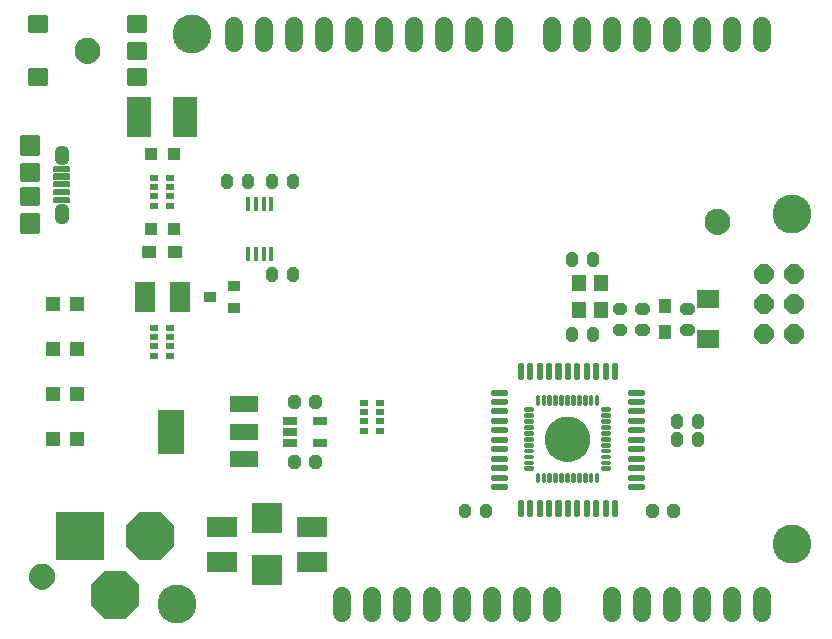
<source format=gbr>
G04 EAGLE Gerber RS-274X export*
G75*
%MOMM*%
%FSLAX34Y34*%
%LPD*%
%INSoldermask Top*%
%IPPOS*%
%AMOC8*
5,1,8,0,0,1.08239X$1,22.5*%
G01*
%ADD10C,3.301600*%
%ADD11P,1.787675X8X292.500000*%
%ADD12C,1.524000*%
%ADD13C,0.820000*%
%ADD14R,1.301600X1.301600*%
%ADD15R,2.501600X2.501600*%
%ADD16P,4.439531X8X202.500000*%
%ADD17P,4.439531X8X112.500000*%
%ADD18R,4.101600X4.101600*%
%ADD19C,2.051600*%
%ADD20C,1.200000*%
%ADD21C,1.117600*%
%ADD22R,2.336800X1.320800*%
%ADD23R,2.301600X3.701600*%
%ADD24R,2.001600X3.501600*%
%ADD25R,1.101600X1.101600*%
%ADD26R,1.301600X1.101600*%
%ADD27R,0.751600X0.601600*%
%ADD28R,1.101600X1.301600*%
%ADD29C,2.540000*%
%ADD30C,0.320109*%
%ADD31C,0.463344*%
%ADD32C,1.101600*%
%ADD33R,1.701600X2.501600*%
%ADD34R,2.501600X1.701600*%
%ADD35R,1.301600X0.651600*%
%ADD36C,0.315334*%
%ADD37R,1.151600X1.401600*%
%ADD38R,0.990600X0.889000*%
%ADD39R,0.401600X1.301600*%
%ADD40R,1.901600X1.501600*%
%ADD41C,0.142238*%
%ADD42C,0.412750*%
%ADD43C,0.916431*%
%ADD44C,0.260094*%
%ADD45C,1.001600*%


D10*
X660400Y355600D03*
X660400Y76200D03*
X152400Y508000D03*
X139700Y25400D03*
D11*
X636270Y304800D03*
X661670Y304800D03*
X636270Y279400D03*
X661670Y279400D03*
X636270Y254000D03*
X661670Y254000D03*
D12*
X635000Y500888D02*
X635000Y515112D01*
X609600Y515112D02*
X609600Y500888D01*
X584200Y500888D02*
X584200Y515112D01*
X558800Y515112D02*
X558800Y500888D01*
X533400Y500888D02*
X533400Y515112D01*
X508000Y515112D02*
X508000Y500888D01*
X482600Y500888D02*
X482600Y515112D01*
X457200Y515112D02*
X457200Y500888D01*
X508000Y32512D02*
X508000Y18288D01*
X533400Y18288D02*
X533400Y32512D01*
X558800Y32512D02*
X558800Y18288D01*
X584200Y18288D02*
X584200Y32512D01*
X609600Y32512D02*
X609600Y18288D01*
X635000Y18288D02*
X635000Y32512D01*
D13*
X255640Y194942D02*
X255640Y198758D01*
X257440Y198758D01*
X257440Y194942D01*
X255640Y194942D01*
X237860Y194942D02*
X237860Y198758D01*
X239660Y198758D01*
X239660Y194942D01*
X237860Y194942D01*
X239660Y147958D02*
X239660Y144142D01*
X237860Y144142D01*
X237860Y147958D01*
X239660Y147958D01*
X257440Y147958D02*
X257440Y144142D01*
X255640Y144142D01*
X255640Y147958D01*
X257440Y147958D01*
D14*
X33950Y165100D03*
X54950Y165100D03*
D15*
X215900Y98200D03*
X215900Y54200D03*
D16*
X86868Y33020D03*
D17*
X116840Y83058D03*
D18*
X56896Y83058D03*
D19*
X94488Y33020D03*
X79248Y33020D03*
X56896Y75438D03*
X56896Y90678D03*
X116840Y75438D03*
X116840Y90678D03*
D20*
X58500Y494030D02*
X58502Y494171D01*
X58508Y494312D01*
X58518Y494452D01*
X58532Y494592D01*
X58550Y494732D01*
X58571Y494871D01*
X58597Y495010D01*
X58626Y495148D01*
X58660Y495284D01*
X58697Y495420D01*
X58738Y495555D01*
X58783Y495689D01*
X58832Y495821D01*
X58884Y495952D01*
X58940Y496081D01*
X59000Y496208D01*
X59063Y496334D01*
X59129Y496458D01*
X59200Y496581D01*
X59273Y496701D01*
X59350Y496819D01*
X59430Y496935D01*
X59514Y497048D01*
X59600Y497159D01*
X59690Y497268D01*
X59783Y497374D01*
X59878Y497477D01*
X59977Y497578D01*
X60078Y497676D01*
X60182Y497771D01*
X60289Y497863D01*
X60398Y497952D01*
X60510Y498037D01*
X60624Y498120D01*
X60740Y498200D01*
X60859Y498276D01*
X60980Y498348D01*
X61102Y498418D01*
X61227Y498483D01*
X61353Y498546D01*
X61481Y498604D01*
X61611Y498659D01*
X61742Y498711D01*
X61875Y498758D01*
X62009Y498802D01*
X62144Y498843D01*
X62280Y498879D01*
X62417Y498911D01*
X62555Y498940D01*
X62693Y498965D01*
X62833Y498985D01*
X62973Y499002D01*
X63113Y499015D01*
X63254Y499024D01*
X63394Y499029D01*
X63535Y499030D01*
X63676Y499027D01*
X63817Y499020D01*
X63957Y499009D01*
X64097Y498994D01*
X64237Y498975D01*
X64376Y498953D01*
X64514Y498926D01*
X64652Y498896D01*
X64788Y498861D01*
X64924Y498823D01*
X65058Y498781D01*
X65192Y498735D01*
X65324Y498686D01*
X65454Y498632D01*
X65583Y498575D01*
X65710Y498515D01*
X65836Y498451D01*
X65959Y498383D01*
X66081Y498312D01*
X66201Y498238D01*
X66318Y498160D01*
X66433Y498079D01*
X66546Y497995D01*
X66657Y497908D01*
X66765Y497817D01*
X66870Y497724D01*
X66973Y497627D01*
X67073Y497528D01*
X67170Y497426D01*
X67264Y497321D01*
X67355Y497214D01*
X67443Y497104D01*
X67528Y496992D01*
X67610Y496877D01*
X67689Y496760D01*
X67764Y496641D01*
X67836Y496520D01*
X67904Y496397D01*
X67969Y496272D01*
X68031Y496145D01*
X68088Y496016D01*
X68143Y495886D01*
X68193Y495755D01*
X68240Y495622D01*
X68283Y495488D01*
X68322Y495352D01*
X68357Y495216D01*
X68389Y495079D01*
X68416Y494941D01*
X68440Y494802D01*
X68460Y494662D01*
X68476Y494522D01*
X68488Y494382D01*
X68496Y494241D01*
X68500Y494100D01*
X68500Y493960D01*
X68496Y493819D01*
X68488Y493678D01*
X68476Y493538D01*
X68460Y493398D01*
X68440Y493258D01*
X68416Y493119D01*
X68389Y492981D01*
X68357Y492844D01*
X68322Y492708D01*
X68283Y492572D01*
X68240Y492438D01*
X68193Y492305D01*
X68143Y492174D01*
X68088Y492044D01*
X68031Y491915D01*
X67969Y491788D01*
X67904Y491663D01*
X67836Y491540D01*
X67764Y491419D01*
X67689Y491300D01*
X67610Y491183D01*
X67528Y491068D01*
X67443Y490956D01*
X67355Y490846D01*
X67264Y490739D01*
X67170Y490634D01*
X67073Y490532D01*
X66973Y490433D01*
X66870Y490336D01*
X66765Y490243D01*
X66657Y490152D01*
X66546Y490065D01*
X66433Y489981D01*
X66318Y489900D01*
X66201Y489822D01*
X66081Y489748D01*
X65959Y489677D01*
X65836Y489609D01*
X65710Y489545D01*
X65583Y489485D01*
X65454Y489428D01*
X65324Y489374D01*
X65192Y489325D01*
X65058Y489279D01*
X64924Y489237D01*
X64788Y489199D01*
X64652Y489164D01*
X64514Y489134D01*
X64376Y489107D01*
X64237Y489085D01*
X64097Y489066D01*
X63957Y489051D01*
X63817Y489040D01*
X63676Y489033D01*
X63535Y489030D01*
X63394Y489031D01*
X63254Y489036D01*
X63113Y489045D01*
X62973Y489058D01*
X62833Y489075D01*
X62693Y489095D01*
X62555Y489120D01*
X62417Y489149D01*
X62280Y489181D01*
X62144Y489217D01*
X62009Y489258D01*
X61875Y489302D01*
X61742Y489349D01*
X61611Y489401D01*
X61481Y489456D01*
X61353Y489514D01*
X61227Y489577D01*
X61102Y489642D01*
X60980Y489712D01*
X60859Y489784D01*
X60740Y489860D01*
X60624Y489940D01*
X60510Y490023D01*
X60398Y490108D01*
X60289Y490197D01*
X60182Y490289D01*
X60078Y490384D01*
X59977Y490482D01*
X59878Y490583D01*
X59783Y490686D01*
X59690Y490792D01*
X59600Y490901D01*
X59514Y491012D01*
X59430Y491125D01*
X59350Y491241D01*
X59273Y491359D01*
X59200Y491479D01*
X59129Y491602D01*
X59063Y491726D01*
X59000Y491852D01*
X58940Y491979D01*
X58884Y492108D01*
X58832Y492239D01*
X58783Y492371D01*
X58738Y492505D01*
X58697Y492640D01*
X58660Y492776D01*
X58626Y492912D01*
X58597Y493050D01*
X58571Y493189D01*
X58550Y493328D01*
X58532Y493468D01*
X58518Y493608D01*
X58508Y493748D01*
X58502Y493889D01*
X58500Y494030D01*
D21*
X63500Y494030D03*
D20*
X591900Y349250D02*
X591902Y349391D01*
X591908Y349532D01*
X591918Y349672D01*
X591932Y349812D01*
X591950Y349952D01*
X591971Y350091D01*
X591997Y350230D01*
X592026Y350368D01*
X592060Y350504D01*
X592097Y350640D01*
X592138Y350775D01*
X592183Y350909D01*
X592232Y351041D01*
X592284Y351172D01*
X592340Y351301D01*
X592400Y351428D01*
X592463Y351554D01*
X592529Y351678D01*
X592600Y351801D01*
X592673Y351921D01*
X592750Y352039D01*
X592830Y352155D01*
X592914Y352268D01*
X593000Y352379D01*
X593090Y352488D01*
X593183Y352594D01*
X593278Y352697D01*
X593377Y352798D01*
X593478Y352896D01*
X593582Y352991D01*
X593689Y353083D01*
X593798Y353172D01*
X593910Y353257D01*
X594024Y353340D01*
X594140Y353420D01*
X594259Y353496D01*
X594380Y353568D01*
X594502Y353638D01*
X594627Y353703D01*
X594753Y353766D01*
X594881Y353824D01*
X595011Y353879D01*
X595142Y353931D01*
X595275Y353978D01*
X595409Y354022D01*
X595544Y354063D01*
X595680Y354099D01*
X595817Y354131D01*
X595955Y354160D01*
X596093Y354185D01*
X596233Y354205D01*
X596373Y354222D01*
X596513Y354235D01*
X596654Y354244D01*
X596794Y354249D01*
X596935Y354250D01*
X597076Y354247D01*
X597217Y354240D01*
X597357Y354229D01*
X597497Y354214D01*
X597637Y354195D01*
X597776Y354173D01*
X597914Y354146D01*
X598052Y354116D01*
X598188Y354081D01*
X598324Y354043D01*
X598458Y354001D01*
X598592Y353955D01*
X598724Y353906D01*
X598854Y353852D01*
X598983Y353795D01*
X599110Y353735D01*
X599236Y353671D01*
X599359Y353603D01*
X599481Y353532D01*
X599601Y353458D01*
X599718Y353380D01*
X599833Y353299D01*
X599946Y353215D01*
X600057Y353128D01*
X600165Y353037D01*
X600270Y352944D01*
X600373Y352847D01*
X600473Y352748D01*
X600570Y352646D01*
X600664Y352541D01*
X600755Y352434D01*
X600843Y352324D01*
X600928Y352212D01*
X601010Y352097D01*
X601089Y351980D01*
X601164Y351861D01*
X601236Y351740D01*
X601304Y351617D01*
X601369Y351492D01*
X601431Y351365D01*
X601488Y351236D01*
X601543Y351106D01*
X601593Y350975D01*
X601640Y350842D01*
X601683Y350708D01*
X601722Y350572D01*
X601757Y350436D01*
X601789Y350299D01*
X601816Y350161D01*
X601840Y350022D01*
X601860Y349882D01*
X601876Y349742D01*
X601888Y349602D01*
X601896Y349461D01*
X601900Y349320D01*
X601900Y349180D01*
X601896Y349039D01*
X601888Y348898D01*
X601876Y348758D01*
X601860Y348618D01*
X601840Y348478D01*
X601816Y348339D01*
X601789Y348201D01*
X601757Y348064D01*
X601722Y347928D01*
X601683Y347792D01*
X601640Y347658D01*
X601593Y347525D01*
X601543Y347394D01*
X601488Y347264D01*
X601431Y347135D01*
X601369Y347008D01*
X601304Y346883D01*
X601236Y346760D01*
X601164Y346639D01*
X601089Y346520D01*
X601010Y346403D01*
X600928Y346288D01*
X600843Y346176D01*
X600755Y346066D01*
X600664Y345959D01*
X600570Y345854D01*
X600473Y345752D01*
X600373Y345653D01*
X600270Y345556D01*
X600165Y345463D01*
X600057Y345372D01*
X599946Y345285D01*
X599833Y345201D01*
X599718Y345120D01*
X599601Y345042D01*
X599481Y344968D01*
X599359Y344897D01*
X599236Y344829D01*
X599110Y344765D01*
X598983Y344705D01*
X598854Y344648D01*
X598724Y344594D01*
X598592Y344545D01*
X598458Y344499D01*
X598324Y344457D01*
X598188Y344419D01*
X598052Y344384D01*
X597914Y344354D01*
X597776Y344327D01*
X597637Y344305D01*
X597497Y344286D01*
X597357Y344271D01*
X597217Y344260D01*
X597076Y344253D01*
X596935Y344250D01*
X596794Y344251D01*
X596654Y344256D01*
X596513Y344265D01*
X596373Y344278D01*
X596233Y344295D01*
X596093Y344315D01*
X595955Y344340D01*
X595817Y344369D01*
X595680Y344401D01*
X595544Y344437D01*
X595409Y344478D01*
X595275Y344522D01*
X595142Y344569D01*
X595011Y344621D01*
X594881Y344676D01*
X594753Y344734D01*
X594627Y344797D01*
X594502Y344862D01*
X594380Y344932D01*
X594259Y345004D01*
X594140Y345080D01*
X594024Y345160D01*
X593910Y345243D01*
X593798Y345328D01*
X593689Y345417D01*
X593582Y345509D01*
X593478Y345604D01*
X593377Y345702D01*
X593278Y345803D01*
X593183Y345906D01*
X593090Y346012D01*
X593000Y346121D01*
X592914Y346232D01*
X592830Y346345D01*
X592750Y346461D01*
X592673Y346579D01*
X592600Y346699D01*
X592529Y346822D01*
X592463Y346946D01*
X592400Y347072D01*
X592340Y347199D01*
X592284Y347328D01*
X592232Y347459D01*
X592183Y347591D01*
X592138Y347725D01*
X592097Y347860D01*
X592060Y347996D01*
X592026Y348132D01*
X591997Y348270D01*
X591971Y348409D01*
X591950Y348548D01*
X591932Y348688D01*
X591918Y348828D01*
X591908Y348968D01*
X591902Y349109D01*
X591900Y349250D01*
D21*
X596900Y349250D03*
D20*
X20050Y48800D02*
X20052Y48941D01*
X20058Y49082D01*
X20068Y49222D01*
X20082Y49362D01*
X20100Y49502D01*
X20121Y49641D01*
X20147Y49780D01*
X20176Y49918D01*
X20210Y50054D01*
X20247Y50190D01*
X20288Y50325D01*
X20333Y50459D01*
X20382Y50591D01*
X20434Y50722D01*
X20490Y50851D01*
X20550Y50978D01*
X20613Y51104D01*
X20679Y51228D01*
X20750Y51351D01*
X20823Y51471D01*
X20900Y51589D01*
X20980Y51705D01*
X21064Y51818D01*
X21150Y51929D01*
X21240Y52038D01*
X21333Y52144D01*
X21428Y52247D01*
X21527Y52348D01*
X21628Y52446D01*
X21732Y52541D01*
X21839Y52633D01*
X21948Y52722D01*
X22060Y52807D01*
X22174Y52890D01*
X22290Y52970D01*
X22409Y53046D01*
X22530Y53118D01*
X22652Y53188D01*
X22777Y53253D01*
X22903Y53316D01*
X23031Y53374D01*
X23161Y53429D01*
X23292Y53481D01*
X23425Y53528D01*
X23559Y53572D01*
X23694Y53613D01*
X23830Y53649D01*
X23967Y53681D01*
X24105Y53710D01*
X24243Y53735D01*
X24383Y53755D01*
X24523Y53772D01*
X24663Y53785D01*
X24804Y53794D01*
X24944Y53799D01*
X25085Y53800D01*
X25226Y53797D01*
X25367Y53790D01*
X25507Y53779D01*
X25647Y53764D01*
X25787Y53745D01*
X25926Y53723D01*
X26064Y53696D01*
X26202Y53666D01*
X26338Y53631D01*
X26474Y53593D01*
X26608Y53551D01*
X26742Y53505D01*
X26874Y53456D01*
X27004Y53402D01*
X27133Y53345D01*
X27260Y53285D01*
X27386Y53221D01*
X27509Y53153D01*
X27631Y53082D01*
X27751Y53008D01*
X27868Y52930D01*
X27983Y52849D01*
X28096Y52765D01*
X28207Y52678D01*
X28315Y52587D01*
X28420Y52494D01*
X28523Y52397D01*
X28623Y52298D01*
X28720Y52196D01*
X28814Y52091D01*
X28905Y51984D01*
X28993Y51874D01*
X29078Y51762D01*
X29160Y51647D01*
X29239Y51530D01*
X29314Y51411D01*
X29386Y51290D01*
X29454Y51167D01*
X29519Y51042D01*
X29581Y50915D01*
X29638Y50786D01*
X29693Y50656D01*
X29743Y50525D01*
X29790Y50392D01*
X29833Y50258D01*
X29872Y50122D01*
X29907Y49986D01*
X29939Y49849D01*
X29966Y49711D01*
X29990Y49572D01*
X30010Y49432D01*
X30026Y49292D01*
X30038Y49152D01*
X30046Y49011D01*
X30050Y48870D01*
X30050Y48730D01*
X30046Y48589D01*
X30038Y48448D01*
X30026Y48308D01*
X30010Y48168D01*
X29990Y48028D01*
X29966Y47889D01*
X29939Y47751D01*
X29907Y47614D01*
X29872Y47478D01*
X29833Y47342D01*
X29790Y47208D01*
X29743Y47075D01*
X29693Y46944D01*
X29638Y46814D01*
X29581Y46685D01*
X29519Y46558D01*
X29454Y46433D01*
X29386Y46310D01*
X29314Y46189D01*
X29239Y46070D01*
X29160Y45953D01*
X29078Y45838D01*
X28993Y45726D01*
X28905Y45616D01*
X28814Y45509D01*
X28720Y45404D01*
X28623Y45302D01*
X28523Y45203D01*
X28420Y45106D01*
X28315Y45013D01*
X28207Y44922D01*
X28096Y44835D01*
X27983Y44751D01*
X27868Y44670D01*
X27751Y44592D01*
X27631Y44518D01*
X27509Y44447D01*
X27386Y44379D01*
X27260Y44315D01*
X27133Y44255D01*
X27004Y44198D01*
X26874Y44144D01*
X26742Y44095D01*
X26608Y44049D01*
X26474Y44007D01*
X26338Y43969D01*
X26202Y43934D01*
X26064Y43904D01*
X25926Y43877D01*
X25787Y43855D01*
X25647Y43836D01*
X25507Y43821D01*
X25367Y43810D01*
X25226Y43803D01*
X25085Y43800D01*
X24944Y43801D01*
X24804Y43806D01*
X24663Y43815D01*
X24523Y43828D01*
X24383Y43845D01*
X24243Y43865D01*
X24105Y43890D01*
X23967Y43919D01*
X23830Y43951D01*
X23694Y43987D01*
X23559Y44028D01*
X23425Y44072D01*
X23292Y44119D01*
X23161Y44171D01*
X23031Y44226D01*
X22903Y44284D01*
X22777Y44347D01*
X22652Y44412D01*
X22530Y44482D01*
X22409Y44554D01*
X22290Y44630D01*
X22174Y44710D01*
X22060Y44793D01*
X21948Y44878D01*
X21839Y44967D01*
X21732Y45059D01*
X21628Y45154D01*
X21527Y45252D01*
X21428Y45353D01*
X21333Y45456D01*
X21240Y45562D01*
X21150Y45671D01*
X21064Y45782D01*
X20980Y45895D01*
X20900Y46011D01*
X20823Y46129D01*
X20750Y46249D01*
X20679Y46372D01*
X20613Y46496D01*
X20550Y46622D01*
X20490Y46749D01*
X20434Y46878D01*
X20382Y47009D01*
X20333Y47141D01*
X20288Y47275D01*
X20247Y47410D01*
X20210Y47546D01*
X20176Y47682D01*
X20147Y47820D01*
X20121Y47959D01*
X20100Y48098D01*
X20082Y48238D01*
X20068Y48378D01*
X20058Y48518D01*
X20052Y48659D01*
X20050Y48800D01*
D21*
X25050Y48800D03*
D22*
X196088Y148336D03*
X196088Y171450D03*
X196088Y194564D03*
D23*
X134110Y171450D03*
D13*
X542760Y106408D02*
X542760Y102592D01*
X540960Y102592D01*
X540960Y106408D01*
X542760Y106408D01*
X560540Y106408D02*
X560540Y102592D01*
X558740Y102592D01*
X558740Y106408D01*
X560540Y106408D01*
D24*
X146500Y438150D03*
X107500Y438150D03*
D14*
X33950Y203200D03*
X54950Y203200D03*
D25*
X117000Y342900D03*
X137000Y342900D03*
X117000Y406400D03*
X137000Y406400D03*
D26*
X116000Y323850D03*
X138000Y323850D03*
D13*
X472810Y252092D02*
X474610Y252092D01*
X472810Y252092D02*
X472810Y255908D01*
X474610Y255908D01*
X474610Y252092D01*
X490590Y252092D02*
X492390Y252092D01*
X490590Y252092D02*
X490590Y255908D01*
X492390Y255908D01*
X492390Y252092D01*
X220610Y302892D02*
X220610Y306708D01*
X220610Y302892D02*
X218810Y302892D01*
X218810Y306708D01*
X220610Y306708D01*
X238390Y306708D02*
X238390Y302892D01*
X236590Y302892D01*
X236590Y306708D01*
X238390Y306708D01*
D27*
X133750Y362650D03*
X133750Y370650D03*
X133750Y378650D03*
X133750Y386650D03*
X120250Y386650D03*
X120250Y378650D03*
X120250Y370650D03*
X120250Y362650D03*
D13*
X563510Y167008D02*
X563510Y163192D01*
X561710Y163192D01*
X561710Y167008D01*
X563510Y167008D01*
X581290Y167008D02*
X581290Y163192D01*
X579490Y163192D01*
X579490Y167008D01*
X581290Y167008D01*
D28*
X552450Y277700D03*
X552450Y255700D03*
D13*
X569592Y274690D02*
X573408Y274690D01*
X569592Y274690D02*
X569592Y276490D01*
X573408Y276490D01*
X573408Y274690D01*
X573408Y256910D02*
X569592Y256910D01*
X569592Y258710D01*
X573408Y258710D01*
X573408Y256910D01*
X535308Y258710D02*
X531492Y258710D01*
X535308Y258710D02*
X535308Y256910D01*
X531492Y256910D01*
X531492Y258710D01*
X531492Y276490D02*
X535308Y276490D01*
X535308Y274690D01*
X531492Y274690D01*
X531492Y276490D01*
X400340Y106158D02*
X400340Y102342D01*
X400340Y106158D02*
X402140Y106158D01*
X402140Y102342D01*
X400340Y102342D01*
X382560Y102342D02*
X382560Y106158D01*
X384360Y106158D01*
X384360Y102342D01*
X382560Y102342D01*
D29*
X463550Y165100D02*
X463552Y165259D01*
X463558Y165418D01*
X463568Y165576D01*
X463582Y165735D01*
X463600Y165893D01*
X463621Y166050D01*
X463647Y166207D01*
X463677Y166363D01*
X463710Y166519D01*
X463748Y166673D01*
X463789Y166827D01*
X463834Y166979D01*
X463883Y167130D01*
X463936Y167280D01*
X463992Y167429D01*
X464053Y167576D01*
X464116Y167721D01*
X464184Y167865D01*
X464255Y168008D01*
X464329Y168148D01*
X464407Y168286D01*
X464489Y168423D01*
X464574Y168557D01*
X464662Y168690D01*
X464753Y168820D01*
X464848Y168947D01*
X464946Y169072D01*
X465047Y169195D01*
X465151Y169315D01*
X465258Y169433D01*
X465368Y169548D01*
X465481Y169660D01*
X465596Y169769D01*
X465714Y169875D01*
X465835Y169979D01*
X465959Y170079D01*
X466084Y170176D01*
X466213Y170270D01*
X466343Y170360D01*
X466476Y170448D01*
X466611Y170532D01*
X466748Y170612D01*
X466887Y170690D01*
X467028Y170763D01*
X467170Y170833D01*
X467315Y170900D01*
X467461Y170963D01*
X467608Y171022D01*
X467757Y171078D01*
X467908Y171129D01*
X468059Y171177D01*
X468212Y171221D01*
X468366Y171262D01*
X468520Y171298D01*
X468676Y171331D01*
X468832Y171360D01*
X468989Y171384D01*
X469147Y171405D01*
X469305Y171422D01*
X469463Y171435D01*
X469622Y171444D01*
X469781Y171449D01*
X469940Y171450D01*
X470099Y171447D01*
X470257Y171440D01*
X470416Y171429D01*
X470574Y171414D01*
X470732Y171395D01*
X470889Y171372D01*
X471046Y171346D01*
X471202Y171315D01*
X471357Y171281D01*
X471511Y171242D01*
X471665Y171200D01*
X471817Y171154D01*
X471968Y171104D01*
X472117Y171050D01*
X472266Y170993D01*
X472412Y170932D01*
X472558Y170867D01*
X472701Y170799D01*
X472843Y170727D01*
X472983Y170651D01*
X473121Y170573D01*
X473257Y170490D01*
X473391Y170405D01*
X473522Y170316D01*
X473652Y170223D01*
X473779Y170128D01*
X473903Y170029D01*
X474026Y169927D01*
X474145Y169823D01*
X474262Y169715D01*
X474376Y169604D01*
X474487Y169491D01*
X474596Y169375D01*
X474701Y169256D01*
X474804Y169134D01*
X474903Y169010D01*
X475000Y168884D01*
X475093Y168755D01*
X475183Y168624D01*
X475269Y168490D01*
X475352Y168355D01*
X475432Y168217D01*
X475508Y168078D01*
X475581Y167937D01*
X475650Y167794D01*
X475716Y167649D01*
X475778Y167502D01*
X475836Y167355D01*
X475891Y167205D01*
X475942Y167055D01*
X475989Y166903D01*
X476032Y166750D01*
X476071Y166596D01*
X476107Y166441D01*
X476138Y166285D01*
X476166Y166129D01*
X476190Y165972D01*
X476210Y165814D01*
X476226Y165656D01*
X476238Y165497D01*
X476246Y165338D01*
X476250Y165179D01*
X476250Y165021D01*
X476246Y164862D01*
X476238Y164703D01*
X476226Y164544D01*
X476210Y164386D01*
X476190Y164228D01*
X476166Y164071D01*
X476138Y163915D01*
X476107Y163759D01*
X476071Y163604D01*
X476032Y163450D01*
X475989Y163297D01*
X475942Y163145D01*
X475891Y162995D01*
X475836Y162845D01*
X475778Y162698D01*
X475716Y162551D01*
X475650Y162406D01*
X475581Y162263D01*
X475508Y162122D01*
X475432Y161983D01*
X475352Y161845D01*
X475269Y161710D01*
X475183Y161576D01*
X475093Y161445D01*
X475000Y161316D01*
X474903Y161190D01*
X474804Y161066D01*
X474701Y160944D01*
X474596Y160825D01*
X474487Y160709D01*
X474376Y160596D01*
X474262Y160485D01*
X474145Y160377D01*
X474026Y160273D01*
X473903Y160171D01*
X473779Y160072D01*
X473652Y159977D01*
X473522Y159884D01*
X473391Y159795D01*
X473257Y159710D01*
X473121Y159627D01*
X472983Y159549D01*
X472843Y159473D01*
X472701Y159401D01*
X472558Y159333D01*
X472412Y159268D01*
X472266Y159207D01*
X472117Y159150D01*
X471968Y159096D01*
X471817Y159046D01*
X471665Y159000D01*
X471511Y158958D01*
X471357Y158919D01*
X471202Y158885D01*
X471046Y158854D01*
X470889Y158828D01*
X470732Y158805D01*
X470574Y158786D01*
X470416Y158771D01*
X470257Y158760D01*
X470099Y158753D01*
X469940Y158750D01*
X469781Y158751D01*
X469622Y158756D01*
X469463Y158765D01*
X469305Y158778D01*
X469147Y158795D01*
X468989Y158816D01*
X468832Y158840D01*
X468676Y158869D01*
X468520Y158902D01*
X468366Y158938D01*
X468212Y158979D01*
X468059Y159023D01*
X467908Y159071D01*
X467757Y159122D01*
X467608Y159178D01*
X467461Y159237D01*
X467315Y159300D01*
X467170Y159367D01*
X467028Y159437D01*
X466887Y159510D01*
X466748Y159588D01*
X466611Y159668D01*
X466476Y159752D01*
X466343Y159840D01*
X466213Y159930D01*
X466084Y160024D01*
X465959Y160121D01*
X465835Y160221D01*
X465714Y160325D01*
X465596Y160431D01*
X465481Y160540D01*
X465368Y160652D01*
X465258Y160767D01*
X465151Y160885D01*
X465047Y161005D01*
X464946Y161128D01*
X464848Y161253D01*
X464753Y161380D01*
X464662Y161510D01*
X464574Y161643D01*
X464489Y161777D01*
X464407Y161914D01*
X464329Y162052D01*
X464255Y162192D01*
X464184Y162335D01*
X464116Y162479D01*
X464053Y162624D01*
X463992Y162771D01*
X463936Y162920D01*
X463883Y163070D01*
X463834Y163221D01*
X463789Y163373D01*
X463748Y163527D01*
X463710Y163681D01*
X463677Y163837D01*
X463647Y163993D01*
X463621Y164150D01*
X463600Y164307D01*
X463582Y164465D01*
X463568Y164624D01*
X463558Y164782D01*
X463552Y164941D01*
X463550Y165100D01*
D30*
X499992Y140383D02*
X505308Y140383D01*
X505308Y139817D01*
X499992Y139817D01*
X499992Y140383D01*
X499992Y145383D02*
X505308Y145383D01*
X505308Y144817D01*
X499992Y144817D01*
X499992Y145383D01*
X499992Y150383D02*
X505308Y150383D01*
X505308Y149817D01*
X499992Y149817D01*
X499992Y150383D01*
X499992Y155383D02*
X505308Y155383D01*
X505308Y154817D01*
X499992Y154817D01*
X499992Y155383D01*
X499992Y160383D02*
X505308Y160383D01*
X505308Y159817D01*
X499992Y159817D01*
X499992Y160383D01*
X499992Y165383D02*
X505308Y165383D01*
X505308Y164817D01*
X499992Y164817D01*
X499992Y165383D01*
X499992Y170383D02*
X505308Y170383D01*
X505308Y169817D01*
X499992Y169817D01*
X499992Y170383D01*
X499992Y175383D02*
X505308Y175383D01*
X505308Y174817D01*
X499992Y174817D01*
X499992Y175383D01*
X499992Y180383D02*
X505308Y180383D01*
X505308Y179817D01*
X499992Y179817D01*
X499992Y180383D01*
X499992Y185383D02*
X505308Y185383D01*
X505308Y184817D01*
X499992Y184817D01*
X499992Y185383D01*
X499992Y190383D02*
X505308Y190383D01*
X505308Y189817D01*
X499992Y189817D01*
X499992Y190383D01*
X494617Y195192D02*
X494617Y200508D01*
X495183Y200508D01*
X495183Y195192D01*
X494617Y195192D01*
X494617Y198233D02*
X495183Y198233D01*
X489617Y200508D02*
X489617Y195192D01*
X489617Y200508D02*
X490183Y200508D01*
X490183Y195192D01*
X489617Y195192D01*
X489617Y198233D02*
X490183Y198233D01*
X484617Y200508D02*
X484617Y195192D01*
X484617Y200508D02*
X485183Y200508D01*
X485183Y195192D01*
X484617Y195192D01*
X484617Y198233D02*
X485183Y198233D01*
X479617Y200508D02*
X479617Y195192D01*
X479617Y200508D02*
X480183Y200508D01*
X480183Y195192D01*
X479617Y195192D01*
X479617Y198233D02*
X480183Y198233D01*
X474617Y200508D02*
X474617Y195192D01*
X474617Y200508D02*
X475183Y200508D01*
X475183Y195192D01*
X474617Y195192D01*
X474617Y198233D02*
X475183Y198233D01*
X469617Y200508D02*
X469617Y195192D01*
X469617Y200508D02*
X470183Y200508D01*
X470183Y195192D01*
X469617Y195192D01*
X469617Y198233D02*
X470183Y198233D01*
X464617Y200508D02*
X464617Y195192D01*
X464617Y200508D02*
X465183Y200508D01*
X465183Y195192D01*
X464617Y195192D01*
X464617Y198233D02*
X465183Y198233D01*
X459617Y200508D02*
X459617Y195192D01*
X459617Y200508D02*
X460183Y200508D01*
X460183Y195192D01*
X459617Y195192D01*
X459617Y198233D02*
X460183Y198233D01*
X454617Y200508D02*
X454617Y195192D01*
X454617Y200508D02*
X455183Y200508D01*
X455183Y195192D01*
X454617Y195192D01*
X454617Y198233D02*
X455183Y198233D01*
X449617Y200508D02*
X449617Y195192D01*
X449617Y200508D02*
X450183Y200508D01*
X450183Y195192D01*
X449617Y195192D01*
X449617Y198233D02*
X450183Y198233D01*
X444617Y200508D02*
X444617Y195192D01*
X444617Y200508D02*
X445183Y200508D01*
X445183Y195192D01*
X444617Y195192D01*
X444617Y198233D02*
X445183Y198233D01*
X439808Y189817D02*
X434492Y189817D01*
X434492Y190383D01*
X439808Y190383D01*
X439808Y189817D01*
X439808Y184817D02*
X434492Y184817D01*
X434492Y185383D01*
X439808Y185383D01*
X439808Y184817D01*
X439808Y179817D02*
X434492Y179817D01*
X434492Y180383D01*
X439808Y180383D01*
X439808Y179817D01*
X439808Y174817D02*
X434492Y174817D01*
X434492Y175383D01*
X439808Y175383D01*
X439808Y174817D01*
X439808Y169817D02*
X434492Y169817D01*
X434492Y170383D01*
X439808Y170383D01*
X439808Y169817D01*
X439808Y164817D02*
X434492Y164817D01*
X434492Y165383D01*
X439808Y165383D01*
X439808Y164817D01*
X439808Y159817D02*
X434492Y159817D01*
X434492Y160383D01*
X439808Y160383D01*
X439808Y159817D01*
X439808Y154817D02*
X434492Y154817D01*
X434492Y155383D01*
X439808Y155383D01*
X439808Y154817D01*
X439808Y149817D02*
X434492Y149817D01*
X434492Y150383D01*
X439808Y150383D01*
X439808Y149817D01*
X439808Y144817D02*
X434492Y144817D01*
X434492Y145383D01*
X439808Y145383D01*
X439808Y144817D01*
X439808Y139817D02*
X434492Y139817D01*
X434492Y140383D01*
X439808Y140383D01*
X439808Y139817D01*
X445183Y135008D02*
X445183Y129692D01*
X444617Y129692D01*
X444617Y135008D01*
X445183Y135008D01*
X445183Y132733D02*
X444617Y132733D01*
X450183Y135008D02*
X450183Y129692D01*
X449617Y129692D01*
X449617Y135008D01*
X450183Y135008D01*
X450183Y132733D02*
X449617Y132733D01*
X455183Y135008D02*
X455183Y129692D01*
X454617Y129692D01*
X454617Y135008D01*
X455183Y135008D01*
X455183Y132733D02*
X454617Y132733D01*
X460183Y135008D02*
X460183Y129692D01*
X459617Y129692D01*
X459617Y135008D01*
X460183Y135008D01*
X460183Y132733D02*
X459617Y132733D01*
X465183Y135008D02*
X465183Y129692D01*
X464617Y129692D01*
X464617Y135008D01*
X465183Y135008D01*
X465183Y132733D02*
X464617Y132733D01*
X470183Y135008D02*
X470183Y129692D01*
X469617Y129692D01*
X469617Y135008D01*
X470183Y135008D01*
X470183Y132733D02*
X469617Y132733D01*
X475183Y135008D02*
X475183Y129692D01*
X474617Y129692D01*
X474617Y135008D01*
X475183Y135008D01*
X475183Y132733D02*
X474617Y132733D01*
X480183Y135008D02*
X480183Y129692D01*
X479617Y129692D01*
X479617Y135008D01*
X480183Y135008D01*
X480183Y132733D02*
X479617Y132733D01*
X485183Y135008D02*
X485183Y129692D01*
X484617Y129692D01*
X484617Y135008D01*
X485183Y135008D01*
X485183Y132733D02*
X484617Y132733D01*
X490183Y135008D02*
X490183Y129692D01*
X489617Y129692D01*
X489617Y135008D01*
X490183Y135008D01*
X490183Y132733D02*
X489617Y132733D01*
X495183Y135008D02*
X495183Y129692D01*
X494617Y129692D01*
X494617Y135008D01*
X495183Y135008D01*
X495183Y132733D02*
X494617Y132733D01*
D31*
X522708Y125542D02*
X533092Y125542D01*
X533092Y124658D01*
X522708Y124658D01*
X522708Y125542D01*
X522708Y133542D02*
X533092Y133542D01*
X533092Y132658D01*
X522708Y132658D01*
X522708Y133542D01*
X522708Y141542D02*
X533092Y141542D01*
X533092Y140658D01*
X522708Y140658D01*
X522708Y141542D01*
X522708Y149542D02*
X533092Y149542D01*
X533092Y148658D01*
X522708Y148658D01*
X522708Y149542D01*
X522708Y157542D02*
X533092Y157542D01*
X533092Y156658D01*
X522708Y156658D01*
X522708Y157542D01*
X522708Y165542D02*
X533092Y165542D01*
X533092Y164658D01*
X522708Y164658D01*
X522708Y165542D01*
X522708Y173542D02*
X533092Y173542D01*
X533092Y172658D01*
X522708Y172658D01*
X522708Y173542D01*
X522708Y181542D02*
X533092Y181542D01*
X533092Y180658D01*
X522708Y180658D01*
X522708Y181542D01*
X522708Y189542D02*
X533092Y189542D01*
X533092Y188658D01*
X522708Y188658D01*
X522708Y189542D01*
X522708Y197542D02*
X533092Y197542D01*
X533092Y196658D01*
X522708Y196658D01*
X522708Y197542D01*
X522708Y205542D02*
X533092Y205542D01*
X533092Y204658D01*
X522708Y204658D01*
X522708Y205542D01*
X510342Y228292D02*
X509458Y228292D01*
X510342Y228292D02*
X510342Y217908D01*
X509458Y217908D01*
X509458Y228292D01*
X509458Y222309D02*
X510342Y222309D01*
X510342Y226710D02*
X509458Y226710D01*
X502342Y228292D02*
X501458Y228292D01*
X502342Y228292D02*
X502342Y217908D01*
X501458Y217908D01*
X501458Y228292D01*
X501458Y222309D02*
X502342Y222309D01*
X502342Y226710D02*
X501458Y226710D01*
X494342Y228292D02*
X493458Y228292D01*
X494342Y228292D02*
X494342Y217908D01*
X493458Y217908D01*
X493458Y228292D01*
X493458Y222309D02*
X494342Y222309D01*
X494342Y226710D02*
X493458Y226710D01*
X486342Y228292D02*
X485458Y228292D01*
X486342Y228292D02*
X486342Y217908D01*
X485458Y217908D01*
X485458Y228292D01*
X485458Y222309D02*
X486342Y222309D01*
X486342Y226710D02*
X485458Y226710D01*
X478342Y228292D02*
X477458Y228292D01*
X478342Y228292D02*
X478342Y217908D01*
X477458Y217908D01*
X477458Y228292D01*
X477458Y222309D02*
X478342Y222309D01*
X478342Y226710D02*
X477458Y226710D01*
X470342Y228292D02*
X469458Y228292D01*
X470342Y228292D02*
X470342Y217908D01*
X469458Y217908D01*
X469458Y228292D01*
X469458Y222309D02*
X470342Y222309D01*
X470342Y226710D02*
X469458Y226710D01*
X462342Y228292D02*
X461458Y228292D01*
X462342Y228292D02*
X462342Y217908D01*
X461458Y217908D01*
X461458Y228292D01*
X461458Y222309D02*
X462342Y222309D01*
X462342Y226710D02*
X461458Y226710D01*
X454342Y228292D02*
X453458Y228292D01*
X454342Y228292D02*
X454342Y217908D01*
X453458Y217908D01*
X453458Y228292D01*
X453458Y222309D02*
X454342Y222309D01*
X454342Y226710D02*
X453458Y226710D01*
X446342Y228292D02*
X445458Y228292D01*
X446342Y228292D02*
X446342Y217908D01*
X445458Y217908D01*
X445458Y228292D01*
X445458Y222309D02*
X446342Y222309D01*
X446342Y226710D02*
X445458Y226710D01*
X438342Y228292D02*
X437458Y228292D01*
X438342Y228292D02*
X438342Y217908D01*
X437458Y217908D01*
X437458Y228292D01*
X437458Y222309D02*
X438342Y222309D01*
X438342Y226710D02*
X437458Y226710D01*
X430342Y228292D02*
X429458Y228292D01*
X430342Y228292D02*
X430342Y217908D01*
X429458Y217908D01*
X429458Y228292D01*
X429458Y222309D02*
X430342Y222309D01*
X430342Y226710D02*
X429458Y226710D01*
X417092Y205542D02*
X406708Y205542D01*
X417092Y205542D02*
X417092Y204658D01*
X406708Y204658D01*
X406708Y205542D01*
X406708Y197542D02*
X417092Y197542D01*
X417092Y196658D01*
X406708Y196658D01*
X406708Y197542D01*
X406708Y189542D02*
X417092Y189542D01*
X417092Y188658D01*
X406708Y188658D01*
X406708Y189542D01*
X406708Y181542D02*
X417092Y181542D01*
X417092Y180658D01*
X406708Y180658D01*
X406708Y181542D01*
X406708Y173542D02*
X417092Y173542D01*
X417092Y172658D01*
X406708Y172658D01*
X406708Y173542D01*
X406708Y165542D02*
X417092Y165542D01*
X417092Y164658D01*
X406708Y164658D01*
X406708Y165542D01*
X406708Y157542D02*
X417092Y157542D01*
X417092Y156658D01*
X406708Y156658D01*
X406708Y157542D01*
X406708Y149542D02*
X417092Y149542D01*
X417092Y148658D01*
X406708Y148658D01*
X406708Y149542D01*
X406708Y141542D02*
X417092Y141542D01*
X417092Y140658D01*
X406708Y140658D01*
X406708Y141542D01*
X406708Y133542D02*
X417092Y133542D01*
X417092Y132658D01*
X406708Y132658D01*
X406708Y133542D01*
X406708Y125542D02*
X417092Y125542D01*
X417092Y124658D01*
X406708Y124658D01*
X406708Y125542D01*
X429458Y112292D02*
X430342Y112292D01*
X430342Y101908D01*
X429458Y101908D01*
X429458Y112292D01*
X429458Y106309D02*
X430342Y106309D01*
X430342Y110710D02*
X429458Y110710D01*
X437458Y112292D02*
X438342Y112292D01*
X438342Y101908D01*
X437458Y101908D01*
X437458Y112292D01*
X437458Y106309D02*
X438342Y106309D01*
X438342Y110710D02*
X437458Y110710D01*
X445458Y112292D02*
X446342Y112292D01*
X446342Y101908D01*
X445458Y101908D01*
X445458Y112292D01*
X445458Y106309D02*
X446342Y106309D01*
X446342Y110710D02*
X445458Y110710D01*
X453458Y112292D02*
X454342Y112292D01*
X454342Y101908D01*
X453458Y101908D01*
X453458Y112292D01*
X453458Y106309D02*
X454342Y106309D01*
X454342Y110710D02*
X453458Y110710D01*
X461458Y112292D02*
X462342Y112292D01*
X462342Y101908D01*
X461458Y101908D01*
X461458Y112292D01*
X461458Y106309D02*
X462342Y106309D01*
X462342Y110710D02*
X461458Y110710D01*
X469458Y112292D02*
X470342Y112292D01*
X470342Y101908D01*
X469458Y101908D01*
X469458Y112292D01*
X469458Y106309D02*
X470342Y106309D01*
X470342Y110710D02*
X469458Y110710D01*
X477458Y112292D02*
X478342Y112292D01*
X478342Y101908D01*
X477458Y101908D01*
X477458Y112292D01*
X477458Y106309D02*
X478342Y106309D01*
X478342Y110710D02*
X477458Y110710D01*
X485458Y112292D02*
X486342Y112292D01*
X486342Y101908D01*
X485458Y101908D01*
X485458Y112292D01*
X485458Y106309D02*
X486342Y106309D01*
X486342Y110710D02*
X485458Y110710D01*
X493458Y112292D02*
X494342Y112292D01*
X494342Y101908D01*
X493458Y101908D01*
X493458Y112292D01*
X493458Y106309D02*
X494342Y106309D01*
X494342Y110710D02*
X493458Y110710D01*
X501458Y112292D02*
X502342Y112292D01*
X502342Y101908D01*
X501458Y101908D01*
X501458Y112292D01*
X501458Y106309D02*
X502342Y106309D01*
X502342Y110710D02*
X501458Y110710D01*
X509458Y112292D02*
X510342Y112292D01*
X510342Y101908D01*
X509458Y101908D01*
X509458Y112292D01*
X509458Y106309D02*
X510342Y106309D01*
X510342Y110710D02*
X509458Y110710D01*
D32*
X469900Y165100D03*
D33*
X142000Y285750D03*
X112000Y285750D03*
D13*
X579490Y182248D02*
X579490Y178432D01*
X579490Y182248D02*
X581290Y182248D01*
X581290Y178432D01*
X579490Y178432D01*
X561710Y178432D02*
X561710Y182248D01*
X563510Y182248D01*
X563510Y178432D01*
X561710Y178432D01*
D34*
X177800Y91200D03*
X177800Y61200D03*
X254000Y91200D03*
X254000Y61200D03*
D35*
X234650Y180950D03*
X234650Y171450D03*
X234650Y161950D03*
X260650Y161950D03*
X260650Y180950D03*
D36*
X112432Y477462D02*
X98568Y477462D01*
X112432Y477462D02*
X112432Y465598D01*
X98568Y465598D01*
X98568Y477462D01*
X98568Y468593D02*
X112432Y468593D01*
X112432Y471588D02*
X98568Y471588D01*
X98568Y474583D02*
X112432Y474583D01*
X28432Y477462D02*
X14568Y477462D01*
X28432Y477462D02*
X28432Y465598D01*
X14568Y465598D01*
X14568Y477462D01*
X14568Y468593D02*
X28432Y468593D01*
X28432Y471588D02*
X14568Y471588D01*
X14568Y474583D02*
X28432Y474583D01*
X98568Y522462D02*
X112432Y522462D01*
X112432Y510598D01*
X98568Y510598D01*
X98568Y522462D01*
X98568Y513593D02*
X112432Y513593D01*
X112432Y516588D02*
X98568Y516588D01*
X98568Y519583D02*
X112432Y519583D01*
X28432Y522462D02*
X14568Y522462D01*
X28432Y522462D02*
X28432Y510598D01*
X14568Y510598D01*
X14568Y522462D01*
X14568Y513593D02*
X28432Y513593D01*
X28432Y516588D02*
X14568Y516588D01*
X14568Y519583D02*
X28432Y519583D01*
X98568Y499962D02*
X112432Y499962D01*
X112432Y488098D01*
X98568Y488098D01*
X98568Y499962D01*
X98568Y491093D02*
X112432Y491093D01*
X112432Y494088D02*
X98568Y494088D01*
X98568Y497083D02*
X112432Y497083D01*
D13*
X512442Y258710D02*
X516258Y258710D01*
X516258Y256910D01*
X512442Y256910D01*
X512442Y258710D01*
X512442Y276490D02*
X516258Y276490D01*
X516258Y274690D01*
X512442Y274690D01*
X512442Y276490D01*
X474610Y315592D02*
X474610Y319408D01*
X474610Y315592D02*
X472810Y315592D01*
X472810Y319408D01*
X474610Y319408D01*
X492390Y319408D02*
X492390Y315592D01*
X490590Y315592D01*
X490590Y319408D01*
X492390Y319408D01*
D27*
X133750Y235650D03*
X133750Y243650D03*
X133750Y251650D03*
X133750Y259650D03*
X120250Y259650D03*
X120250Y251650D03*
X120250Y243650D03*
X120250Y235650D03*
D14*
X33950Y241300D03*
X54950Y241300D03*
X33950Y279400D03*
X54950Y279400D03*
D12*
X279400Y32512D02*
X279400Y18288D01*
X304800Y18288D02*
X304800Y32512D01*
X330200Y32512D02*
X330200Y18288D01*
X355600Y18288D02*
X355600Y32512D01*
X381000Y32512D02*
X381000Y18288D01*
X406400Y18288D02*
X406400Y32512D01*
X431800Y32512D02*
X431800Y18288D01*
X457200Y18288D02*
X457200Y32512D01*
X416560Y500888D02*
X416560Y515112D01*
X391160Y515112D02*
X391160Y500888D01*
X365760Y500888D02*
X365760Y515112D01*
X340360Y515112D02*
X340360Y500888D01*
X314960Y500888D02*
X314960Y515112D01*
X289560Y515112D02*
X289560Y500888D01*
X264160Y500888D02*
X264160Y515112D01*
X238760Y515112D02*
X238760Y500888D01*
X213360Y500888D02*
X213360Y515112D01*
X187960Y515112D02*
X187960Y500888D01*
D27*
X298050Y196150D03*
X298050Y188150D03*
X298050Y180150D03*
X298050Y172150D03*
X311550Y172150D03*
X311550Y180150D03*
X311550Y188150D03*
X311550Y196150D03*
D37*
X479700Y297250D03*
X479700Y274250D03*
X498200Y274250D03*
X498200Y297250D03*
D38*
X187960Y275844D03*
X187960Y295148D03*
X167640Y285496D03*
D13*
X236590Y381632D02*
X236590Y385448D01*
X238390Y385448D01*
X238390Y381632D01*
X236590Y381632D01*
X218810Y381632D02*
X218810Y385448D01*
X220610Y385448D01*
X220610Y381632D01*
X218810Y381632D01*
D39*
X199790Y364020D03*
X206290Y364020D03*
X212790Y364020D03*
X219290Y364020D03*
X219290Y321770D03*
X212790Y321770D03*
X206290Y321770D03*
X199790Y321770D03*
D40*
X589280Y283700D03*
X589280Y249700D03*
D41*
X34874Y392379D02*
X34874Y396037D01*
X47930Y396037D01*
X47930Y392379D01*
X34874Y392379D01*
X34874Y393730D02*
X47930Y393730D01*
X47930Y395081D02*
X34874Y395081D01*
X34874Y389433D02*
X34874Y385775D01*
X34874Y389433D02*
X47930Y389433D01*
X47930Y385775D01*
X34874Y385775D01*
X34874Y387126D02*
X47930Y387126D01*
X47930Y388477D02*
X34874Y388477D01*
X34874Y382829D02*
X34874Y379171D01*
X34874Y382829D02*
X47930Y382829D01*
X47930Y379171D01*
X34874Y379171D01*
X34874Y380522D02*
X47930Y380522D01*
X47930Y381873D02*
X34874Y381873D01*
X34874Y376225D02*
X34874Y372567D01*
X34874Y376225D02*
X47930Y376225D01*
X47930Y372567D01*
X34874Y372567D01*
X34874Y373918D02*
X47930Y373918D01*
X47930Y375269D02*
X34874Y375269D01*
X34874Y369621D02*
X34874Y365963D01*
X34874Y369621D02*
X47930Y369621D01*
X47930Y365963D01*
X34874Y365963D01*
X34874Y367314D02*
X47930Y367314D01*
X47930Y368665D02*
X34874Y368665D01*
D42*
X8287Y407321D02*
X8287Y420719D01*
X20669Y420719D01*
X20669Y407321D01*
X8287Y407321D01*
X8287Y411243D02*
X20669Y411243D01*
X20669Y415165D02*
X8287Y415165D01*
X8287Y419087D02*
X20669Y419087D01*
X8287Y354679D02*
X8287Y341281D01*
X8287Y354679D02*
X20669Y354679D01*
X20669Y341281D01*
X8287Y341281D01*
X8287Y345203D02*
X20669Y345203D01*
X20669Y349125D02*
X8287Y349125D01*
X8287Y353047D02*
X20669Y353047D01*
D43*
X40396Y402346D02*
X40396Y409438D01*
X42408Y409438D01*
X42408Y402346D01*
X40396Y402346D01*
X40396Y359654D02*
X40396Y352562D01*
X40396Y359654D02*
X42408Y359654D01*
X42408Y352562D01*
X40396Y352562D01*
D44*
X7650Y384332D02*
X7650Y397988D01*
X21306Y397988D01*
X21306Y384332D01*
X7650Y384332D01*
X7650Y386803D02*
X21306Y386803D01*
X21306Y389274D02*
X7650Y389274D01*
X7650Y391745D02*
X21306Y391745D01*
X21306Y394216D02*
X7650Y394216D01*
X7650Y396687D02*
X21306Y396687D01*
X7650Y377668D02*
X7650Y364012D01*
X7650Y377668D02*
X21306Y377668D01*
X21306Y364012D01*
X7650Y364012D01*
X7650Y366483D02*
X21306Y366483D01*
X21306Y368954D02*
X7650Y368954D01*
X7650Y371425D02*
X21306Y371425D01*
X21306Y373896D02*
X7650Y373896D01*
X7650Y376367D02*
X21306Y376367D01*
D45*
X17018Y416052D03*
X11938Y416052D03*
X17018Y345948D03*
X11938Y345948D03*
X41402Y407162D03*
X41402Y404622D03*
X41402Y357378D03*
X41402Y354838D03*
D13*
X198490Y385448D02*
X200290Y385448D01*
X200290Y381632D01*
X198490Y381632D01*
X198490Y385448D01*
X182510Y385448D02*
X180710Y385448D01*
X182510Y385448D02*
X182510Y381632D01*
X180710Y381632D01*
X180710Y385448D01*
M02*

</source>
